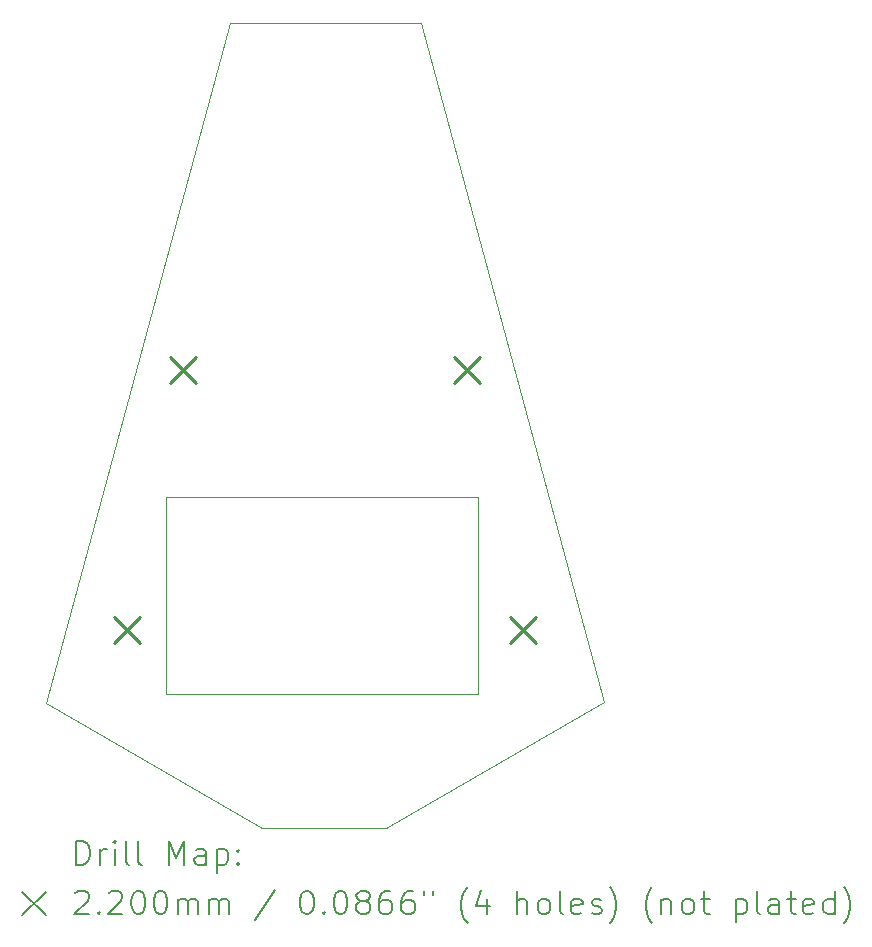
<source format=gbr>
%TF.GenerationSoftware,KiCad,Pcbnew,8.0.4*%
%TF.CreationDate,2024-08-16T14:14:43+09:00*%
%TF.ProjectId,TrueStrike42-cover,54727565-5374-4726-996b-6534322d636f,rev?*%
%TF.SameCoordinates,Original*%
%TF.FileFunction,Drillmap*%
%TF.FilePolarity,Positive*%
%FSLAX45Y45*%
G04 Gerber Fmt 4.5, Leading zero omitted, Abs format (unit mm)*
G04 Created by KiCad (PCBNEW 8.0.4) date 2024-08-16 14:14:43*
%MOMM*%
%LPD*%
G01*
G04 APERTURE LIST*
%ADD10C,0.050000*%
%ADD11C,0.200000*%
%ADD12C,0.220000*%
G04 APERTURE END LIST*
D10*
X15643000Y-7494000D02*
X14019000Y-7493000D01*
X14019000Y-7493000D02*
X12463611Y-13250199D01*
X17187389Y-13243199D02*
X15643000Y-7494000D01*
X13478000Y-11511000D02*
X16122000Y-11511000D01*
X16122000Y-13174000D01*
X13478000Y-13174000D01*
X13478000Y-11511000D01*
X14293889Y-14308065D02*
X15346000Y-14308000D01*
X12463611Y-13250199D02*
X14293889Y-14308065D01*
X15346000Y-14308000D02*
X17187389Y-13243199D01*
D11*
D12*
X13041764Y-12525604D02*
X13261764Y-12745604D01*
X13261764Y-12525604D02*
X13041764Y-12745604D01*
X13516764Y-10325604D02*
X13736764Y-10545604D01*
X13736764Y-10325604D02*
X13516764Y-10545604D01*
X15916764Y-10325604D02*
X16136764Y-10545604D01*
X16136764Y-10325604D02*
X15916764Y-10545604D01*
X16391764Y-12525603D02*
X16611764Y-12745603D01*
X16611764Y-12525603D02*
X16391764Y-12745603D01*
D11*
X12721888Y-14622049D02*
X12721888Y-14422049D01*
X12721888Y-14422049D02*
X12769507Y-14422049D01*
X12769507Y-14422049D02*
X12798078Y-14431572D01*
X12798078Y-14431572D02*
X12817126Y-14450620D01*
X12817126Y-14450620D02*
X12826650Y-14469668D01*
X12826650Y-14469668D02*
X12836174Y-14507763D01*
X12836174Y-14507763D02*
X12836174Y-14536334D01*
X12836174Y-14536334D02*
X12826650Y-14574429D01*
X12826650Y-14574429D02*
X12817126Y-14593477D01*
X12817126Y-14593477D02*
X12798078Y-14612525D01*
X12798078Y-14612525D02*
X12769507Y-14622049D01*
X12769507Y-14622049D02*
X12721888Y-14622049D01*
X12921888Y-14622049D02*
X12921888Y-14488715D01*
X12921888Y-14526810D02*
X12931412Y-14507763D01*
X12931412Y-14507763D02*
X12940935Y-14498239D01*
X12940935Y-14498239D02*
X12959983Y-14488715D01*
X12959983Y-14488715D02*
X12979031Y-14488715D01*
X13045697Y-14622049D02*
X13045697Y-14488715D01*
X13045697Y-14422049D02*
X13036174Y-14431572D01*
X13036174Y-14431572D02*
X13045697Y-14441096D01*
X13045697Y-14441096D02*
X13055221Y-14431572D01*
X13055221Y-14431572D02*
X13045697Y-14422049D01*
X13045697Y-14422049D02*
X13045697Y-14441096D01*
X13169507Y-14622049D02*
X13150459Y-14612525D01*
X13150459Y-14612525D02*
X13140935Y-14593477D01*
X13140935Y-14593477D02*
X13140935Y-14422049D01*
X13274269Y-14622049D02*
X13255221Y-14612525D01*
X13255221Y-14612525D02*
X13245697Y-14593477D01*
X13245697Y-14593477D02*
X13245697Y-14422049D01*
X13502840Y-14622049D02*
X13502840Y-14422049D01*
X13502840Y-14422049D02*
X13569507Y-14564906D01*
X13569507Y-14564906D02*
X13636174Y-14422049D01*
X13636174Y-14422049D02*
X13636174Y-14622049D01*
X13817126Y-14622049D02*
X13817126Y-14517287D01*
X13817126Y-14517287D02*
X13807602Y-14498239D01*
X13807602Y-14498239D02*
X13788555Y-14488715D01*
X13788555Y-14488715D02*
X13750459Y-14488715D01*
X13750459Y-14488715D02*
X13731412Y-14498239D01*
X13817126Y-14612525D02*
X13798078Y-14622049D01*
X13798078Y-14622049D02*
X13750459Y-14622049D01*
X13750459Y-14622049D02*
X13731412Y-14612525D01*
X13731412Y-14612525D02*
X13721888Y-14593477D01*
X13721888Y-14593477D02*
X13721888Y-14574429D01*
X13721888Y-14574429D02*
X13731412Y-14555382D01*
X13731412Y-14555382D02*
X13750459Y-14545858D01*
X13750459Y-14545858D02*
X13798078Y-14545858D01*
X13798078Y-14545858D02*
X13817126Y-14536334D01*
X13912364Y-14488715D02*
X13912364Y-14688715D01*
X13912364Y-14498239D02*
X13931412Y-14488715D01*
X13931412Y-14488715D02*
X13969507Y-14488715D01*
X13969507Y-14488715D02*
X13988555Y-14498239D01*
X13988555Y-14498239D02*
X13998078Y-14507763D01*
X13998078Y-14507763D02*
X14007602Y-14526810D01*
X14007602Y-14526810D02*
X14007602Y-14583953D01*
X14007602Y-14583953D02*
X13998078Y-14603001D01*
X13998078Y-14603001D02*
X13988555Y-14612525D01*
X13988555Y-14612525D02*
X13969507Y-14622049D01*
X13969507Y-14622049D02*
X13931412Y-14622049D01*
X13931412Y-14622049D02*
X13912364Y-14612525D01*
X14093316Y-14603001D02*
X14102840Y-14612525D01*
X14102840Y-14612525D02*
X14093316Y-14622049D01*
X14093316Y-14622049D02*
X14083793Y-14612525D01*
X14083793Y-14612525D02*
X14093316Y-14603001D01*
X14093316Y-14603001D02*
X14093316Y-14622049D01*
X14093316Y-14498239D02*
X14102840Y-14507763D01*
X14102840Y-14507763D02*
X14093316Y-14517287D01*
X14093316Y-14517287D02*
X14083793Y-14507763D01*
X14083793Y-14507763D02*
X14093316Y-14498239D01*
X14093316Y-14498239D02*
X14093316Y-14517287D01*
X12261111Y-14850565D02*
X12461111Y-15050565D01*
X12461111Y-14850565D02*
X12261111Y-15050565D01*
X12712364Y-14861096D02*
X12721888Y-14851572D01*
X12721888Y-14851572D02*
X12740935Y-14842049D01*
X12740935Y-14842049D02*
X12788555Y-14842049D01*
X12788555Y-14842049D02*
X12807602Y-14851572D01*
X12807602Y-14851572D02*
X12817126Y-14861096D01*
X12817126Y-14861096D02*
X12826650Y-14880144D01*
X12826650Y-14880144D02*
X12826650Y-14899191D01*
X12826650Y-14899191D02*
X12817126Y-14927763D01*
X12817126Y-14927763D02*
X12702840Y-15042049D01*
X12702840Y-15042049D02*
X12826650Y-15042049D01*
X12912364Y-15023001D02*
X12921888Y-15032525D01*
X12921888Y-15032525D02*
X12912364Y-15042049D01*
X12912364Y-15042049D02*
X12902840Y-15032525D01*
X12902840Y-15032525D02*
X12912364Y-15023001D01*
X12912364Y-15023001D02*
X12912364Y-15042049D01*
X12998078Y-14861096D02*
X13007602Y-14851572D01*
X13007602Y-14851572D02*
X13026650Y-14842049D01*
X13026650Y-14842049D02*
X13074269Y-14842049D01*
X13074269Y-14842049D02*
X13093316Y-14851572D01*
X13093316Y-14851572D02*
X13102840Y-14861096D01*
X13102840Y-14861096D02*
X13112364Y-14880144D01*
X13112364Y-14880144D02*
X13112364Y-14899191D01*
X13112364Y-14899191D02*
X13102840Y-14927763D01*
X13102840Y-14927763D02*
X12988555Y-15042049D01*
X12988555Y-15042049D02*
X13112364Y-15042049D01*
X13236174Y-14842049D02*
X13255221Y-14842049D01*
X13255221Y-14842049D02*
X13274269Y-14851572D01*
X13274269Y-14851572D02*
X13283793Y-14861096D01*
X13283793Y-14861096D02*
X13293316Y-14880144D01*
X13293316Y-14880144D02*
X13302840Y-14918239D01*
X13302840Y-14918239D02*
X13302840Y-14965858D01*
X13302840Y-14965858D02*
X13293316Y-15003953D01*
X13293316Y-15003953D02*
X13283793Y-15023001D01*
X13283793Y-15023001D02*
X13274269Y-15032525D01*
X13274269Y-15032525D02*
X13255221Y-15042049D01*
X13255221Y-15042049D02*
X13236174Y-15042049D01*
X13236174Y-15042049D02*
X13217126Y-15032525D01*
X13217126Y-15032525D02*
X13207602Y-15023001D01*
X13207602Y-15023001D02*
X13198078Y-15003953D01*
X13198078Y-15003953D02*
X13188555Y-14965858D01*
X13188555Y-14965858D02*
X13188555Y-14918239D01*
X13188555Y-14918239D02*
X13198078Y-14880144D01*
X13198078Y-14880144D02*
X13207602Y-14861096D01*
X13207602Y-14861096D02*
X13217126Y-14851572D01*
X13217126Y-14851572D02*
X13236174Y-14842049D01*
X13426650Y-14842049D02*
X13445697Y-14842049D01*
X13445697Y-14842049D02*
X13464745Y-14851572D01*
X13464745Y-14851572D02*
X13474269Y-14861096D01*
X13474269Y-14861096D02*
X13483793Y-14880144D01*
X13483793Y-14880144D02*
X13493316Y-14918239D01*
X13493316Y-14918239D02*
X13493316Y-14965858D01*
X13493316Y-14965858D02*
X13483793Y-15003953D01*
X13483793Y-15003953D02*
X13474269Y-15023001D01*
X13474269Y-15023001D02*
X13464745Y-15032525D01*
X13464745Y-15032525D02*
X13445697Y-15042049D01*
X13445697Y-15042049D02*
X13426650Y-15042049D01*
X13426650Y-15042049D02*
X13407602Y-15032525D01*
X13407602Y-15032525D02*
X13398078Y-15023001D01*
X13398078Y-15023001D02*
X13388555Y-15003953D01*
X13388555Y-15003953D02*
X13379031Y-14965858D01*
X13379031Y-14965858D02*
X13379031Y-14918239D01*
X13379031Y-14918239D02*
X13388555Y-14880144D01*
X13388555Y-14880144D02*
X13398078Y-14861096D01*
X13398078Y-14861096D02*
X13407602Y-14851572D01*
X13407602Y-14851572D02*
X13426650Y-14842049D01*
X13579031Y-15042049D02*
X13579031Y-14908715D01*
X13579031Y-14927763D02*
X13588555Y-14918239D01*
X13588555Y-14918239D02*
X13607602Y-14908715D01*
X13607602Y-14908715D02*
X13636174Y-14908715D01*
X13636174Y-14908715D02*
X13655221Y-14918239D01*
X13655221Y-14918239D02*
X13664745Y-14937287D01*
X13664745Y-14937287D02*
X13664745Y-15042049D01*
X13664745Y-14937287D02*
X13674269Y-14918239D01*
X13674269Y-14918239D02*
X13693316Y-14908715D01*
X13693316Y-14908715D02*
X13721888Y-14908715D01*
X13721888Y-14908715D02*
X13740936Y-14918239D01*
X13740936Y-14918239D02*
X13750459Y-14937287D01*
X13750459Y-14937287D02*
X13750459Y-15042049D01*
X13845697Y-15042049D02*
X13845697Y-14908715D01*
X13845697Y-14927763D02*
X13855221Y-14918239D01*
X13855221Y-14918239D02*
X13874269Y-14908715D01*
X13874269Y-14908715D02*
X13902840Y-14908715D01*
X13902840Y-14908715D02*
X13921888Y-14918239D01*
X13921888Y-14918239D02*
X13931412Y-14937287D01*
X13931412Y-14937287D02*
X13931412Y-15042049D01*
X13931412Y-14937287D02*
X13940936Y-14918239D01*
X13940936Y-14918239D02*
X13959983Y-14908715D01*
X13959983Y-14908715D02*
X13988555Y-14908715D01*
X13988555Y-14908715D02*
X14007602Y-14918239D01*
X14007602Y-14918239D02*
X14017126Y-14937287D01*
X14017126Y-14937287D02*
X14017126Y-15042049D01*
X14407602Y-14832525D02*
X14236174Y-15089668D01*
X14664745Y-14842049D02*
X14683793Y-14842049D01*
X14683793Y-14842049D02*
X14702840Y-14851572D01*
X14702840Y-14851572D02*
X14712364Y-14861096D01*
X14712364Y-14861096D02*
X14721888Y-14880144D01*
X14721888Y-14880144D02*
X14731412Y-14918239D01*
X14731412Y-14918239D02*
X14731412Y-14965858D01*
X14731412Y-14965858D02*
X14721888Y-15003953D01*
X14721888Y-15003953D02*
X14712364Y-15023001D01*
X14712364Y-15023001D02*
X14702840Y-15032525D01*
X14702840Y-15032525D02*
X14683793Y-15042049D01*
X14683793Y-15042049D02*
X14664745Y-15042049D01*
X14664745Y-15042049D02*
X14645698Y-15032525D01*
X14645698Y-15032525D02*
X14636174Y-15023001D01*
X14636174Y-15023001D02*
X14626650Y-15003953D01*
X14626650Y-15003953D02*
X14617126Y-14965858D01*
X14617126Y-14965858D02*
X14617126Y-14918239D01*
X14617126Y-14918239D02*
X14626650Y-14880144D01*
X14626650Y-14880144D02*
X14636174Y-14861096D01*
X14636174Y-14861096D02*
X14645698Y-14851572D01*
X14645698Y-14851572D02*
X14664745Y-14842049D01*
X14817126Y-15023001D02*
X14826650Y-15032525D01*
X14826650Y-15032525D02*
X14817126Y-15042049D01*
X14817126Y-15042049D02*
X14807602Y-15032525D01*
X14807602Y-15032525D02*
X14817126Y-15023001D01*
X14817126Y-15023001D02*
X14817126Y-15042049D01*
X14950459Y-14842049D02*
X14969507Y-14842049D01*
X14969507Y-14842049D02*
X14988555Y-14851572D01*
X14988555Y-14851572D02*
X14998079Y-14861096D01*
X14998079Y-14861096D02*
X15007602Y-14880144D01*
X15007602Y-14880144D02*
X15017126Y-14918239D01*
X15017126Y-14918239D02*
X15017126Y-14965858D01*
X15017126Y-14965858D02*
X15007602Y-15003953D01*
X15007602Y-15003953D02*
X14998079Y-15023001D01*
X14998079Y-15023001D02*
X14988555Y-15032525D01*
X14988555Y-15032525D02*
X14969507Y-15042049D01*
X14969507Y-15042049D02*
X14950459Y-15042049D01*
X14950459Y-15042049D02*
X14931412Y-15032525D01*
X14931412Y-15032525D02*
X14921888Y-15023001D01*
X14921888Y-15023001D02*
X14912364Y-15003953D01*
X14912364Y-15003953D02*
X14902840Y-14965858D01*
X14902840Y-14965858D02*
X14902840Y-14918239D01*
X14902840Y-14918239D02*
X14912364Y-14880144D01*
X14912364Y-14880144D02*
X14921888Y-14861096D01*
X14921888Y-14861096D02*
X14931412Y-14851572D01*
X14931412Y-14851572D02*
X14950459Y-14842049D01*
X15131412Y-14927763D02*
X15112364Y-14918239D01*
X15112364Y-14918239D02*
X15102840Y-14908715D01*
X15102840Y-14908715D02*
X15093317Y-14889668D01*
X15093317Y-14889668D02*
X15093317Y-14880144D01*
X15093317Y-14880144D02*
X15102840Y-14861096D01*
X15102840Y-14861096D02*
X15112364Y-14851572D01*
X15112364Y-14851572D02*
X15131412Y-14842049D01*
X15131412Y-14842049D02*
X15169507Y-14842049D01*
X15169507Y-14842049D02*
X15188555Y-14851572D01*
X15188555Y-14851572D02*
X15198079Y-14861096D01*
X15198079Y-14861096D02*
X15207602Y-14880144D01*
X15207602Y-14880144D02*
X15207602Y-14889668D01*
X15207602Y-14889668D02*
X15198079Y-14908715D01*
X15198079Y-14908715D02*
X15188555Y-14918239D01*
X15188555Y-14918239D02*
X15169507Y-14927763D01*
X15169507Y-14927763D02*
X15131412Y-14927763D01*
X15131412Y-14927763D02*
X15112364Y-14937287D01*
X15112364Y-14937287D02*
X15102840Y-14946810D01*
X15102840Y-14946810D02*
X15093317Y-14965858D01*
X15093317Y-14965858D02*
X15093317Y-15003953D01*
X15093317Y-15003953D02*
X15102840Y-15023001D01*
X15102840Y-15023001D02*
X15112364Y-15032525D01*
X15112364Y-15032525D02*
X15131412Y-15042049D01*
X15131412Y-15042049D02*
X15169507Y-15042049D01*
X15169507Y-15042049D02*
X15188555Y-15032525D01*
X15188555Y-15032525D02*
X15198079Y-15023001D01*
X15198079Y-15023001D02*
X15207602Y-15003953D01*
X15207602Y-15003953D02*
X15207602Y-14965858D01*
X15207602Y-14965858D02*
X15198079Y-14946810D01*
X15198079Y-14946810D02*
X15188555Y-14937287D01*
X15188555Y-14937287D02*
X15169507Y-14927763D01*
X15379031Y-14842049D02*
X15340936Y-14842049D01*
X15340936Y-14842049D02*
X15321888Y-14851572D01*
X15321888Y-14851572D02*
X15312364Y-14861096D01*
X15312364Y-14861096D02*
X15293317Y-14889668D01*
X15293317Y-14889668D02*
X15283793Y-14927763D01*
X15283793Y-14927763D02*
X15283793Y-15003953D01*
X15283793Y-15003953D02*
X15293317Y-15023001D01*
X15293317Y-15023001D02*
X15302840Y-15032525D01*
X15302840Y-15032525D02*
X15321888Y-15042049D01*
X15321888Y-15042049D02*
X15359983Y-15042049D01*
X15359983Y-15042049D02*
X15379031Y-15032525D01*
X15379031Y-15032525D02*
X15388555Y-15023001D01*
X15388555Y-15023001D02*
X15398079Y-15003953D01*
X15398079Y-15003953D02*
X15398079Y-14956334D01*
X15398079Y-14956334D02*
X15388555Y-14937287D01*
X15388555Y-14937287D02*
X15379031Y-14927763D01*
X15379031Y-14927763D02*
X15359983Y-14918239D01*
X15359983Y-14918239D02*
X15321888Y-14918239D01*
X15321888Y-14918239D02*
X15302840Y-14927763D01*
X15302840Y-14927763D02*
X15293317Y-14937287D01*
X15293317Y-14937287D02*
X15283793Y-14956334D01*
X15569507Y-14842049D02*
X15531412Y-14842049D01*
X15531412Y-14842049D02*
X15512364Y-14851572D01*
X15512364Y-14851572D02*
X15502840Y-14861096D01*
X15502840Y-14861096D02*
X15483793Y-14889668D01*
X15483793Y-14889668D02*
X15474269Y-14927763D01*
X15474269Y-14927763D02*
X15474269Y-15003953D01*
X15474269Y-15003953D02*
X15483793Y-15023001D01*
X15483793Y-15023001D02*
X15493317Y-15032525D01*
X15493317Y-15032525D02*
X15512364Y-15042049D01*
X15512364Y-15042049D02*
X15550460Y-15042049D01*
X15550460Y-15042049D02*
X15569507Y-15032525D01*
X15569507Y-15032525D02*
X15579031Y-15023001D01*
X15579031Y-15023001D02*
X15588555Y-15003953D01*
X15588555Y-15003953D02*
X15588555Y-14956334D01*
X15588555Y-14956334D02*
X15579031Y-14937287D01*
X15579031Y-14937287D02*
X15569507Y-14927763D01*
X15569507Y-14927763D02*
X15550460Y-14918239D01*
X15550460Y-14918239D02*
X15512364Y-14918239D01*
X15512364Y-14918239D02*
X15493317Y-14927763D01*
X15493317Y-14927763D02*
X15483793Y-14937287D01*
X15483793Y-14937287D02*
X15474269Y-14956334D01*
X15664745Y-14842049D02*
X15664745Y-14880144D01*
X15740936Y-14842049D02*
X15740936Y-14880144D01*
X16036174Y-15118239D02*
X16026650Y-15108715D01*
X16026650Y-15108715D02*
X16007602Y-15080144D01*
X16007602Y-15080144D02*
X15998079Y-15061096D01*
X15998079Y-15061096D02*
X15988555Y-15032525D01*
X15988555Y-15032525D02*
X15979031Y-14984906D01*
X15979031Y-14984906D02*
X15979031Y-14946810D01*
X15979031Y-14946810D02*
X15988555Y-14899191D01*
X15988555Y-14899191D02*
X15998079Y-14870620D01*
X15998079Y-14870620D02*
X16007602Y-14851572D01*
X16007602Y-14851572D02*
X16026650Y-14823001D01*
X16026650Y-14823001D02*
X16036174Y-14813477D01*
X16198079Y-14908715D02*
X16198079Y-15042049D01*
X16150460Y-14832525D02*
X16102841Y-14975382D01*
X16102841Y-14975382D02*
X16226650Y-14975382D01*
X16455222Y-15042049D02*
X16455222Y-14842049D01*
X16540936Y-15042049D02*
X16540936Y-14937287D01*
X16540936Y-14937287D02*
X16531412Y-14918239D01*
X16531412Y-14918239D02*
X16512364Y-14908715D01*
X16512364Y-14908715D02*
X16483793Y-14908715D01*
X16483793Y-14908715D02*
X16464745Y-14918239D01*
X16464745Y-14918239D02*
X16455222Y-14927763D01*
X16664745Y-15042049D02*
X16645698Y-15032525D01*
X16645698Y-15032525D02*
X16636174Y-15023001D01*
X16636174Y-15023001D02*
X16626650Y-15003953D01*
X16626650Y-15003953D02*
X16626650Y-14946810D01*
X16626650Y-14946810D02*
X16636174Y-14927763D01*
X16636174Y-14927763D02*
X16645698Y-14918239D01*
X16645698Y-14918239D02*
X16664745Y-14908715D01*
X16664745Y-14908715D02*
X16693317Y-14908715D01*
X16693317Y-14908715D02*
X16712364Y-14918239D01*
X16712364Y-14918239D02*
X16721888Y-14927763D01*
X16721888Y-14927763D02*
X16731412Y-14946810D01*
X16731412Y-14946810D02*
X16731412Y-15003953D01*
X16731412Y-15003953D02*
X16721888Y-15023001D01*
X16721888Y-15023001D02*
X16712364Y-15032525D01*
X16712364Y-15032525D02*
X16693317Y-15042049D01*
X16693317Y-15042049D02*
X16664745Y-15042049D01*
X16845698Y-15042049D02*
X16826650Y-15032525D01*
X16826650Y-15032525D02*
X16817126Y-15013477D01*
X16817126Y-15013477D02*
X16817126Y-14842049D01*
X16998079Y-15032525D02*
X16979031Y-15042049D01*
X16979031Y-15042049D02*
X16940936Y-15042049D01*
X16940936Y-15042049D02*
X16921888Y-15032525D01*
X16921888Y-15032525D02*
X16912365Y-15013477D01*
X16912365Y-15013477D02*
X16912365Y-14937287D01*
X16912365Y-14937287D02*
X16921888Y-14918239D01*
X16921888Y-14918239D02*
X16940936Y-14908715D01*
X16940936Y-14908715D02*
X16979031Y-14908715D01*
X16979031Y-14908715D02*
X16998079Y-14918239D01*
X16998079Y-14918239D02*
X17007603Y-14937287D01*
X17007603Y-14937287D02*
X17007603Y-14956334D01*
X17007603Y-14956334D02*
X16912365Y-14975382D01*
X17083793Y-15032525D02*
X17102841Y-15042049D01*
X17102841Y-15042049D02*
X17140936Y-15042049D01*
X17140936Y-15042049D02*
X17159984Y-15032525D01*
X17159984Y-15032525D02*
X17169507Y-15013477D01*
X17169507Y-15013477D02*
X17169507Y-15003953D01*
X17169507Y-15003953D02*
X17159984Y-14984906D01*
X17159984Y-14984906D02*
X17140936Y-14975382D01*
X17140936Y-14975382D02*
X17112365Y-14975382D01*
X17112365Y-14975382D02*
X17093317Y-14965858D01*
X17093317Y-14965858D02*
X17083793Y-14946810D01*
X17083793Y-14946810D02*
X17083793Y-14937287D01*
X17083793Y-14937287D02*
X17093317Y-14918239D01*
X17093317Y-14918239D02*
X17112365Y-14908715D01*
X17112365Y-14908715D02*
X17140936Y-14908715D01*
X17140936Y-14908715D02*
X17159984Y-14918239D01*
X17236174Y-15118239D02*
X17245698Y-15108715D01*
X17245698Y-15108715D02*
X17264746Y-15080144D01*
X17264746Y-15080144D02*
X17274269Y-15061096D01*
X17274269Y-15061096D02*
X17283793Y-15032525D01*
X17283793Y-15032525D02*
X17293317Y-14984906D01*
X17293317Y-14984906D02*
X17293317Y-14946810D01*
X17293317Y-14946810D02*
X17283793Y-14899191D01*
X17283793Y-14899191D02*
X17274269Y-14870620D01*
X17274269Y-14870620D02*
X17264746Y-14851572D01*
X17264746Y-14851572D02*
X17245698Y-14823001D01*
X17245698Y-14823001D02*
X17236174Y-14813477D01*
X17598079Y-15118239D02*
X17588555Y-15108715D01*
X17588555Y-15108715D02*
X17569507Y-15080144D01*
X17569507Y-15080144D02*
X17559984Y-15061096D01*
X17559984Y-15061096D02*
X17550460Y-15032525D01*
X17550460Y-15032525D02*
X17540936Y-14984906D01*
X17540936Y-14984906D02*
X17540936Y-14946810D01*
X17540936Y-14946810D02*
X17550460Y-14899191D01*
X17550460Y-14899191D02*
X17559984Y-14870620D01*
X17559984Y-14870620D02*
X17569507Y-14851572D01*
X17569507Y-14851572D02*
X17588555Y-14823001D01*
X17588555Y-14823001D02*
X17598079Y-14813477D01*
X17674269Y-14908715D02*
X17674269Y-15042049D01*
X17674269Y-14927763D02*
X17683793Y-14918239D01*
X17683793Y-14918239D02*
X17702841Y-14908715D01*
X17702841Y-14908715D02*
X17731412Y-14908715D01*
X17731412Y-14908715D02*
X17750460Y-14918239D01*
X17750460Y-14918239D02*
X17759984Y-14937287D01*
X17759984Y-14937287D02*
X17759984Y-15042049D01*
X17883793Y-15042049D02*
X17864746Y-15032525D01*
X17864746Y-15032525D02*
X17855222Y-15023001D01*
X17855222Y-15023001D02*
X17845698Y-15003953D01*
X17845698Y-15003953D02*
X17845698Y-14946810D01*
X17845698Y-14946810D02*
X17855222Y-14927763D01*
X17855222Y-14927763D02*
X17864746Y-14918239D01*
X17864746Y-14918239D02*
X17883793Y-14908715D01*
X17883793Y-14908715D02*
X17912365Y-14908715D01*
X17912365Y-14908715D02*
X17931412Y-14918239D01*
X17931412Y-14918239D02*
X17940936Y-14927763D01*
X17940936Y-14927763D02*
X17950460Y-14946810D01*
X17950460Y-14946810D02*
X17950460Y-15003953D01*
X17950460Y-15003953D02*
X17940936Y-15023001D01*
X17940936Y-15023001D02*
X17931412Y-15032525D01*
X17931412Y-15032525D02*
X17912365Y-15042049D01*
X17912365Y-15042049D02*
X17883793Y-15042049D01*
X18007603Y-14908715D02*
X18083793Y-14908715D01*
X18036174Y-14842049D02*
X18036174Y-15013477D01*
X18036174Y-15013477D02*
X18045698Y-15032525D01*
X18045698Y-15032525D02*
X18064746Y-15042049D01*
X18064746Y-15042049D02*
X18083793Y-15042049D01*
X18302841Y-14908715D02*
X18302841Y-15108715D01*
X18302841Y-14918239D02*
X18321888Y-14908715D01*
X18321888Y-14908715D02*
X18359984Y-14908715D01*
X18359984Y-14908715D02*
X18379031Y-14918239D01*
X18379031Y-14918239D02*
X18388555Y-14927763D01*
X18388555Y-14927763D02*
X18398079Y-14946810D01*
X18398079Y-14946810D02*
X18398079Y-15003953D01*
X18398079Y-15003953D02*
X18388555Y-15023001D01*
X18388555Y-15023001D02*
X18379031Y-15032525D01*
X18379031Y-15032525D02*
X18359984Y-15042049D01*
X18359984Y-15042049D02*
X18321888Y-15042049D01*
X18321888Y-15042049D02*
X18302841Y-15032525D01*
X18512365Y-15042049D02*
X18493317Y-15032525D01*
X18493317Y-15032525D02*
X18483793Y-15013477D01*
X18483793Y-15013477D02*
X18483793Y-14842049D01*
X18674269Y-15042049D02*
X18674269Y-14937287D01*
X18674269Y-14937287D02*
X18664746Y-14918239D01*
X18664746Y-14918239D02*
X18645698Y-14908715D01*
X18645698Y-14908715D02*
X18607603Y-14908715D01*
X18607603Y-14908715D02*
X18588555Y-14918239D01*
X18674269Y-15032525D02*
X18655222Y-15042049D01*
X18655222Y-15042049D02*
X18607603Y-15042049D01*
X18607603Y-15042049D02*
X18588555Y-15032525D01*
X18588555Y-15032525D02*
X18579031Y-15013477D01*
X18579031Y-15013477D02*
X18579031Y-14994429D01*
X18579031Y-14994429D02*
X18588555Y-14975382D01*
X18588555Y-14975382D02*
X18607603Y-14965858D01*
X18607603Y-14965858D02*
X18655222Y-14965858D01*
X18655222Y-14965858D02*
X18674269Y-14956334D01*
X18740936Y-14908715D02*
X18817127Y-14908715D01*
X18769508Y-14842049D02*
X18769508Y-15013477D01*
X18769508Y-15013477D02*
X18779031Y-15032525D01*
X18779031Y-15032525D02*
X18798079Y-15042049D01*
X18798079Y-15042049D02*
X18817127Y-15042049D01*
X18959984Y-15032525D02*
X18940936Y-15042049D01*
X18940936Y-15042049D02*
X18902841Y-15042049D01*
X18902841Y-15042049D02*
X18883793Y-15032525D01*
X18883793Y-15032525D02*
X18874269Y-15013477D01*
X18874269Y-15013477D02*
X18874269Y-14937287D01*
X18874269Y-14937287D02*
X18883793Y-14918239D01*
X18883793Y-14918239D02*
X18902841Y-14908715D01*
X18902841Y-14908715D02*
X18940936Y-14908715D01*
X18940936Y-14908715D02*
X18959984Y-14918239D01*
X18959984Y-14918239D02*
X18969508Y-14937287D01*
X18969508Y-14937287D02*
X18969508Y-14956334D01*
X18969508Y-14956334D02*
X18874269Y-14975382D01*
X19140936Y-15042049D02*
X19140936Y-14842049D01*
X19140936Y-15032525D02*
X19121889Y-15042049D01*
X19121889Y-15042049D02*
X19083793Y-15042049D01*
X19083793Y-15042049D02*
X19064746Y-15032525D01*
X19064746Y-15032525D02*
X19055222Y-15023001D01*
X19055222Y-15023001D02*
X19045698Y-15003953D01*
X19045698Y-15003953D02*
X19045698Y-14946810D01*
X19045698Y-14946810D02*
X19055222Y-14927763D01*
X19055222Y-14927763D02*
X19064746Y-14918239D01*
X19064746Y-14918239D02*
X19083793Y-14908715D01*
X19083793Y-14908715D02*
X19121889Y-14908715D01*
X19121889Y-14908715D02*
X19140936Y-14918239D01*
X19217127Y-15118239D02*
X19226650Y-15108715D01*
X19226650Y-15108715D02*
X19245698Y-15080144D01*
X19245698Y-15080144D02*
X19255222Y-15061096D01*
X19255222Y-15061096D02*
X19264746Y-15032525D01*
X19264746Y-15032525D02*
X19274269Y-14984906D01*
X19274269Y-14984906D02*
X19274269Y-14946810D01*
X19274269Y-14946810D02*
X19264746Y-14899191D01*
X19264746Y-14899191D02*
X19255222Y-14870620D01*
X19255222Y-14870620D02*
X19245698Y-14851572D01*
X19245698Y-14851572D02*
X19226650Y-14823001D01*
X19226650Y-14823001D02*
X19217127Y-14813477D01*
M02*

</source>
